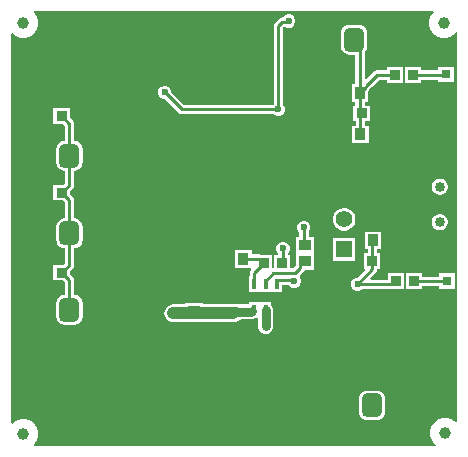
<source format=gbl>
G04*
G04 #@! TF.GenerationSoftware,Altium Limited,Altium Designer,22.9.1 (49)*
G04*
G04 Layer_Physical_Order=2*
G04 Layer_Color=16711680*
%FSLAX44Y44*%
%MOMM*%
G71*
G04*
G04 #@! TF.SameCoordinates,C8543A43-BB23-4CB5-9DBE-1C6E9BA76EC2*
G04*
G04*
G04 #@! TF.FilePolarity,Positive*
G04*
G01*
G75*
%ADD13C,0.2540*%
%ADD21R,1.0000X0.9000*%
%ADD23R,0.9000X1.0000*%
%ADD27R,0.8000X0.8000*%
%ADD29R,0.9000X1.0500*%
%ADD54R,0.8500X0.8500*%
%ADD56C,1.0000*%
%ADD57C,1.0000*%
G04:AMPARAMS|DCode=58|XSize=1.7mm|YSize=2mm|CornerRadius=0.425mm|HoleSize=0mm|Usage=FLASHONLY|Rotation=0.000|XOffset=0mm|YOffset=0mm|HoleType=Round|Shape=RoundedRectangle|*
%AMROUNDEDRECTD58*
21,1,1.7000,1.1500,0,0,0.0*
21,1,0.8500,2.0000,0,0,0.0*
1,1,0.8500,0.4250,-0.5750*
1,1,0.8500,-0.4250,-0.5750*
1,1,0.8500,-0.4250,0.5750*
1,1,0.8500,0.4250,0.5750*
%
%ADD58ROUNDEDRECTD58*%
%ADD59O,1.7000X2.0000*%
%ADD60C,1.4000*%
%ADD61R,1.4000X1.4000*%
%ADD62C,0.8500*%
%ADD63C,0.7620*%
%ADD64C,0.6000*%
%ADD65R,0.8552X0.8121*%
%ADD66R,0.8121X0.8552*%
%ADD67R,0.3500X0.8500*%
%ADD68R,1.0500X0.9000*%
%ADD69C,0.8000*%
G36*
X361386Y371121D02*
X359966Y369700D01*
X358315Y366840D01*
X357460Y363651D01*
Y360349D01*
X358315Y357160D01*
X359966Y354300D01*
X362300Y351965D01*
X365160Y350315D01*
X368349Y349460D01*
X371651D01*
X374840Y350315D01*
X377700Y351965D01*
X380034Y354300D01*
X380164Y354524D01*
X381391Y354196D01*
X381391Y24140D01*
X380121Y23614D01*
X378700Y25034D01*
X375840Y26685D01*
X372651Y27540D01*
X369349D01*
X366160Y26685D01*
X363300Y25034D01*
X360965Y22700D01*
X359315Y19840D01*
X358460Y16651D01*
Y13349D01*
X359315Y10160D01*
X360965Y7300D01*
X363300Y4965D01*
X363524Y4836D01*
X363196Y3609D01*
X23140D01*
X22614Y4879D01*
X24035Y6300D01*
X25685Y9160D01*
X26540Y12349D01*
Y15651D01*
X25685Y18840D01*
X24035Y21700D01*
X21700Y24035D01*
X18840Y25685D01*
X15651Y26540D01*
X12349D01*
X9160Y25685D01*
X6300Y24035D01*
X4879Y22614D01*
X3609Y23140D01*
Y352860D01*
X4879Y353386D01*
X6300Y351965D01*
X9160Y350315D01*
X12349Y349460D01*
X15651D01*
X18840Y350315D01*
X21700Y351965D01*
X24035Y354300D01*
X25685Y357160D01*
X26540Y360349D01*
Y363651D01*
X25685Y366840D01*
X24035Y369700D01*
X22614Y371121D01*
X23140Y372391D01*
X360860D01*
X361386Y371121D01*
D02*
G37*
%LPC*%
G36*
X239852Y369040D02*
X237648D01*
X235612Y368197D01*
X234138Y366723D01*
X233219D01*
X231732Y366427D01*
X230472Y365585D01*
X227003Y362116D01*
X226161Y360856D01*
X225865Y359369D01*
Y292700D01*
X225800Y292635D01*
X149859D01*
X139290Y303204D01*
Y304352D01*
X138447Y306388D01*
X136888Y307947D01*
X134852Y308790D01*
X132648D01*
X130612Y307947D01*
X129053Y306388D01*
X128210Y304352D01*
Y302148D01*
X129053Y300112D01*
X130612Y298553D01*
X132648Y297710D01*
X133796D01*
X145503Y286003D01*
X146763Y285161D01*
X148250Y284865D01*
X225800D01*
X226612Y284053D01*
X228648Y283210D01*
X230852D01*
X232888Y284053D01*
X234447Y285612D01*
X235290Y287648D01*
Y289852D01*
X234447Y291888D01*
X233635Y292700D01*
Y357760D01*
X234828Y358953D01*
X235462D01*
X235612Y358803D01*
X237648Y357960D01*
X239852D01*
X241888Y358803D01*
X243447Y360362D01*
X244290Y362398D01*
Y364602D01*
X243447Y366638D01*
X241888Y368197D01*
X239852Y369040D01*
D02*
G37*
G36*
X378290Y324790D02*
X365210D01*
Y321635D01*
X350540D01*
Y324540D01*
X336960D01*
Y310960D01*
X350540D01*
Y313865D01*
X365210D01*
Y311710D01*
X378290D01*
Y324790D01*
D02*
G37*
G36*
X298000Y360349D02*
X289500D01*
X287728Y360115D01*
X286076Y359431D01*
X284657Y358343D01*
X283569Y356924D01*
X282885Y355273D01*
X282651Y353500D01*
Y342000D01*
X282885Y340227D01*
X283569Y338576D01*
X284657Y337157D01*
X286076Y336069D01*
X287728Y335385D01*
X289500Y335151D01*
X295115D01*
Y309790D01*
X291960D01*
Y294710D01*
X295115D01*
Y291851D01*
X293434D01*
Y278649D01*
X295365D01*
Y275040D01*
X292210D01*
Y259960D01*
X306290D01*
Y275040D01*
X303135D01*
Y278649D01*
X307066D01*
Y291851D01*
X302885D01*
Y294710D01*
X306040D01*
Y304296D01*
X306937Y305193D01*
X307779Y306453D01*
X307896Y307040D01*
X314721Y313865D01*
X321460D01*
Y310960D01*
X335040D01*
Y324540D01*
X321460D01*
Y321635D01*
X313112D01*
X311625Y321339D01*
X310365Y320497D01*
X304058Y314190D01*
X302885Y314676D01*
Y337212D01*
X303931Y338576D01*
X304615Y340227D01*
X304849Y342000D01*
Y353500D01*
X304615Y355273D01*
X303931Y356924D01*
X302843Y358343D01*
X301424Y359431D01*
X299773Y360115D01*
X298000Y360349D01*
D02*
G37*
G36*
X367394Y230040D02*
X365606D01*
X363879Y229577D01*
X362331Y228683D01*
X361067Y227419D01*
X360173Y225871D01*
X359710Y224144D01*
Y222356D01*
X360173Y220629D01*
X361067Y219081D01*
X362331Y217817D01*
X363879Y216923D01*
X365606Y216460D01*
X367394D01*
X369121Y216923D01*
X370669Y217817D01*
X371933Y219081D01*
X372827Y220629D01*
X373290Y222356D01*
Y224144D01*
X372827Y225871D01*
X371933Y227419D01*
X370669Y228683D01*
X369121Y229577D01*
X367394Y230040D01*
D02*
G37*
G36*
Y200040D02*
X365606D01*
X363879Y199577D01*
X362331Y198683D01*
X361067Y197419D01*
X360173Y195871D01*
X359710Y194144D01*
Y192356D01*
X360173Y190629D01*
X361067Y189081D01*
X362331Y187817D01*
X363879Y186923D01*
X365606Y186460D01*
X367394D01*
X369121Y186923D01*
X370669Y187817D01*
X371933Y189081D01*
X372827Y190629D01*
X373290Y192356D01*
Y194144D01*
X372827Y195871D01*
X371933Y197419D01*
X370669Y198683D01*
X369121Y199577D01*
X367394Y200040D01*
D02*
G37*
G36*
X286756Y205190D02*
X284244D01*
X281818Y204540D01*
X279642Y203284D01*
X277866Y201508D01*
X276610Y199332D01*
X275960Y196906D01*
Y194394D01*
X276610Y191968D01*
X277866Y189792D01*
X279642Y188016D01*
X281818Y186760D01*
X284244Y186110D01*
X286756D01*
X289182Y186760D01*
X291358Y188016D01*
X293134Y189792D01*
X294390Y191968D01*
X295040Y194394D01*
Y196906D01*
X294390Y199332D01*
X293134Y201508D01*
X291358Y203284D01*
X289182Y204540D01*
X286756Y205190D01*
D02*
G37*
G36*
X295040Y179790D02*
X275960D01*
Y160710D01*
X295040D01*
Y179790D01*
D02*
G37*
G36*
X252602Y194380D02*
X250398D01*
X248362Y193537D01*
X246803Y191978D01*
X245960Y189942D01*
Y187738D01*
X246803Y185702D01*
X247615Y184890D01*
Y181040D01*
X244710D01*
Y166960D01*
Y157145D01*
X244635Y156770D01*
Y156129D01*
X242581Y154075D01*
X240040D01*
Y165040D01*
X237635D01*
Y167050D01*
X238447Y167862D01*
X239290Y169898D01*
Y172102D01*
X238447Y174138D01*
X236888Y175697D01*
X234852Y176540D01*
X232648D01*
X230612Y175697D01*
X229053Y174138D01*
X228210Y172102D01*
Y169898D01*
X229053Y167862D01*
X229865Y167050D01*
Y165040D01*
X226460D01*
Y155092D01*
X225646Y154734D01*
X224540Y155552D01*
Y165040D01*
X216308D01*
X215487Y165589D01*
X214000Y165885D01*
X207290D01*
Y169790D01*
X193210D01*
Y154210D01*
X206420D01*
X206946Y152940D01*
X206753Y152747D01*
X205911Y151487D01*
X205615Y150000D01*
Y147790D01*
X205210D01*
Y134210D01*
X213790D01*
Y134210D01*
X214710D01*
Y134210D01*
X222940D01*
X223290Y134210D01*
Y134210D01*
X224210D01*
Y134210D01*
X232790D01*
Y140095D01*
X238542D01*
X239954Y138683D01*
X241990Y137840D01*
X244194D01*
X246230Y138683D01*
X247789Y140242D01*
X248632Y142278D01*
Y144482D01*
X247789Y146518D01*
X247783Y146524D01*
X247786Y148292D01*
X251267Y151773D01*
X252060Y152960D01*
X260290D01*
Y166960D01*
Y181040D01*
X255385D01*
Y184890D01*
X256197Y185702D01*
X257040Y187738D01*
Y189942D01*
X256197Y191978D01*
X254638Y193537D01*
X252602Y194380D01*
D02*
G37*
G36*
X379040Y150040D02*
X365960D01*
Y147135D01*
X351790D01*
Y150040D01*
X338210D01*
Y136460D01*
X351790D01*
Y139365D01*
X365960D01*
Y136960D01*
X379040D01*
Y150040D01*
D02*
G37*
G36*
X317040Y185290D02*
X302960D01*
Y170210D01*
X305611D01*
Y167101D01*
X302679D01*
Y153899D01*
X303001D01*
X303487Y152726D01*
X297051Y146290D01*
X295903D01*
X293867Y145447D01*
X292308Y143888D01*
X291465Y141852D01*
Y139648D01*
X292308Y137612D01*
X293867Y136053D01*
X295903Y135210D01*
X298107D01*
X300143Y136053D01*
X300955Y136865D01*
X322710D01*
Y136460D01*
X336290D01*
Y150040D01*
X322710D01*
Y144635D01*
X308043D01*
X307556Y145808D01*
X312242Y150493D01*
X313084Y151754D01*
X313380Y153240D01*
Y153899D01*
X316311D01*
Y167101D01*
X313380D01*
Y170210D01*
X317040D01*
Y185290D01*
D02*
G37*
G36*
X214710Y125290D02*
X213790D01*
X213790Y125290D01*
X205210D01*
Y124484D01*
X204263Y124092D01*
X198101D01*
Y124311D01*
X184899D01*
Y123605D01*
X182540D01*
Y124040D01*
X167460D01*
Y123605D01*
X166040D01*
Y124790D01*
X150960D01*
Y123605D01*
X141000D01*
X139032Y123346D01*
X137198Y122586D01*
X135622Y121378D01*
X134414Y119803D01*
X133654Y117968D01*
X133395Y116000D01*
X133654Y114032D01*
X134414Y112198D01*
X135622Y110622D01*
X137198Y109414D01*
X139032Y108654D01*
X141000Y108395D01*
X191500D01*
X193468Y108654D01*
X195303Y109414D01*
X196878Y110622D01*
X196921Y110679D01*
X198101D01*
Y110899D01*
X206495D01*
X208202Y111124D01*
X209618Y111710D01*
X212404D01*
Y105250D01*
X212628Y103543D01*
X213287Y101952D01*
X214336Y100586D01*
X215702Y99537D01*
X217293Y98878D01*
X219000Y98654D01*
X220707Y98878D01*
X222298Y99537D01*
X223664Y100586D01*
X224713Y101952D01*
X225372Y103543D01*
X225596Y105250D01*
Y118500D01*
X225372Y120207D01*
X224713Y121798D01*
X223664Y123164D01*
X223290Y123452D01*
Y125290D01*
X215023D01*
X214710Y125290D01*
D02*
G37*
G36*
X53066Y289601D02*
X39434D01*
Y276399D01*
X47572D01*
X49115Y274856D01*
Y262099D01*
X48750D01*
X46978Y261865D01*
X45326Y261181D01*
X43907Y260093D01*
X42819Y258674D01*
X42135Y257023D01*
X41901Y255250D01*
Y243750D01*
X42135Y241977D01*
X42819Y240326D01*
X43907Y238907D01*
X45326Y237819D01*
X46978Y237135D01*
X48750Y236901D01*
X49115D01*
Y226394D01*
X47572Y224851D01*
X39434D01*
Y211649D01*
X47572D01*
X49115Y210106D01*
Y196349D01*
X48750D01*
X46978Y196115D01*
X45326Y195431D01*
X43907Y194343D01*
X42819Y192924D01*
X42135Y191273D01*
X41901Y189500D01*
Y178000D01*
X42135Y176227D01*
X42819Y174576D01*
X43907Y173157D01*
X45326Y172069D01*
X46978Y171385D01*
X48750Y171151D01*
X49115D01*
Y158644D01*
X47572Y157101D01*
X39434D01*
Y143899D01*
X47572D01*
X49115Y142357D01*
Y131599D01*
X48750D01*
X46978Y131365D01*
X45326Y130681D01*
X43907Y129593D01*
X42819Y128174D01*
X42135Y126523D01*
X41901Y124750D01*
Y113250D01*
X42135Y111477D01*
X42819Y109826D01*
X43907Y108407D01*
X45326Y107319D01*
X46978Y106635D01*
X48750Y106401D01*
X57250D01*
X59022Y106635D01*
X60674Y107319D01*
X62093Y108407D01*
X63181Y109826D01*
X63865Y111477D01*
X64099Y113250D01*
Y124750D01*
X63865Y126523D01*
X63181Y128174D01*
X62093Y129593D01*
X60674Y130681D01*
X59022Y131365D01*
X57250Y131599D01*
X56885D01*
Y143966D01*
X56589Y145452D01*
X55747Y146712D01*
X53066Y149393D01*
Y151607D01*
X55747Y154288D01*
X56589Y155548D01*
X56885Y157035D01*
Y171151D01*
X57250D01*
X59022Y171385D01*
X60674Y172069D01*
X62093Y173157D01*
X63181Y174576D01*
X63865Y176227D01*
X64099Y178000D01*
Y189500D01*
X63865Y191273D01*
X63181Y192924D01*
X62093Y194343D01*
X60674Y195431D01*
X59022Y196115D01*
X57250Y196349D01*
X56885D01*
Y211716D01*
X56589Y213202D01*
X55747Y214462D01*
X53066Y217143D01*
Y219357D01*
X55747Y222038D01*
X56589Y223298D01*
X56885Y224785D01*
Y236901D01*
X57250D01*
X59022Y237135D01*
X60674Y237819D01*
X62093Y238907D01*
X63181Y240326D01*
X63865Y241977D01*
X64099Y243750D01*
Y255250D01*
X63865Y257023D01*
X63181Y258674D01*
X62093Y260093D01*
X60674Y261181D01*
X59022Y261865D01*
X57250Y262099D01*
X56885D01*
Y276465D01*
X56589Y277952D01*
X55747Y279212D01*
X53066Y281893D01*
Y289601D01*
D02*
G37*
G36*
X313250Y50599D02*
X304750D01*
X302977Y50365D01*
X301326Y49681D01*
X299907Y48593D01*
X298819Y47174D01*
X298135Y45523D01*
X297901Y43750D01*
Y32250D01*
X298135Y30477D01*
X298819Y28826D01*
X299907Y27407D01*
X301326Y26319D01*
X302977Y25635D01*
X304750Y25401D01*
X313250D01*
X315023Y25635D01*
X316674Y26319D01*
X318093Y27407D01*
X319181Y28826D01*
X319865Y30477D01*
X320099Y32250D01*
Y43750D01*
X319865Y45523D01*
X319181Y47174D01*
X318093Y48593D01*
X316674Y49681D01*
X315023Y50365D01*
X313250Y50599D01*
D02*
G37*
%LPD*%
D13*
X242492Y143980D02*
X243092Y143380D01*
X248520Y154520D02*
Y156770D01*
X251500Y175000D02*
X252500Y174000D01*
X309495Y153240D02*
Y160500D01*
X46250Y283000D02*
X46466D01*
X309495Y160500D02*
Y177245D01*
X46466Y150500D02*
X53000Y157035D01*
X345000Y143250D02*
X372250D01*
X46466Y218250D02*
X53000Y211716D01*
X299000Y302250D02*
Y302750D01*
X299250Y267500D02*
Y284250D01*
X304190Y307940D02*
Y308828D01*
X293750Y347750D02*
X299000Y342500D01*
X371250Y317750D02*
X371750Y318250D01*
X200250Y162000D02*
X214000D01*
X233219Y362838D02*
X238088D01*
X233750Y158750D02*
Y171000D01*
X219000Y141000D02*
Y143500D01*
X229750Y288750D02*
Y359369D01*
X228500Y143500D02*
X228980Y143980D01*
X53000Y224785D02*
Y249500D01*
X225690Y150190D02*
X244190D01*
X133750Y303250D02*
X148250Y288750D01*
X228980Y143980D02*
X242492D01*
X238088Y362838D02*
X238750Y363500D01*
X297005Y140750D02*
X309495Y153240D01*
X46466Y218250D02*
X53000Y224785D01*
X297005Y140750D02*
X327000D01*
X46250Y150500D02*
X46466D01*
X372250Y143250D02*
X372500Y143500D01*
X46466Y150500D02*
X53000Y143966D01*
X313112Y317750D02*
X328250D01*
X299250Y284250D02*
X300250Y285250D01*
X299000Y286500D02*
Y302250D01*
X343750Y317750D02*
X371250D01*
X209500Y141000D02*
Y150000D01*
X233250Y158250D02*
X233750Y158750D01*
X53000Y157035D02*
Y183750D01*
X250250Y158500D02*
X252500D01*
X53000Y249500D02*
Y276465D01*
X244190Y150190D02*
X248520Y154520D01*
X251500Y175000D02*
Y188840D01*
X44741Y218250D02*
X44956D01*
X309495Y177245D02*
X310000Y177750D01*
X46250Y218250D02*
X46466D01*
X327000Y140750D02*
X329500Y143250D01*
X46466Y283000D02*
X53000Y276465D01*
X299000Y302750D02*
X304190Y307940D01*
X53000Y119000D02*
Y143966D01*
X304190Y308828D02*
X313112Y317750D01*
X299000Y286500D02*
X300250Y285250D01*
X148250Y288750D02*
X229750D01*
X299000Y302750D02*
Y342500D01*
X214000Y162000D02*
X217750Y158250D01*
X229750Y359369D02*
X233219Y362838D01*
X219000Y143500D02*
X225690Y150190D01*
X209500Y150000D02*
X217750Y158250D01*
X228500Y141000D02*
Y143500D01*
X53000Y183750D02*
Y211716D01*
X248520Y156770D02*
X250250Y158500D01*
D21*
X175000Y117000D02*
D03*
Y130500D02*
D03*
X158500Y117750D02*
D03*
Y131250D02*
D03*
D23*
X299250Y267500D02*
D03*
X312750D02*
D03*
X310000Y177750D02*
D03*
X323500D02*
D03*
X299000Y302250D02*
D03*
X312500D02*
D03*
D27*
X371750Y303250D02*
D03*
Y318250D02*
D03*
X372500Y143500D02*
D03*
Y158500D02*
D03*
D29*
X200250Y162000D02*
D03*
X186250D02*
D03*
D54*
X345000Y143250D02*
D03*
X329500D02*
D03*
X217750Y158250D02*
D03*
X233250D02*
D03*
X328250Y317750D02*
D03*
X343750D02*
D03*
D56*
X141000Y116000D02*
X191500D01*
D57*
X14000Y362000D02*
D03*
X370000D02*
D03*
X371000Y15000D02*
D03*
X14000Y14000D02*
D03*
D58*
X293750Y347750D02*
D03*
X309000Y38000D02*
D03*
X53000Y119000D02*
D03*
Y183750D02*
D03*
Y249500D02*
D03*
D59*
X318750Y347750D02*
D03*
X334000Y38000D02*
D03*
X28000Y119000D02*
D03*
Y183750D02*
D03*
Y249500D02*
D03*
D60*
X285500Y195650D02*
D03*
D61*
Y170250D02*
D03*
D62*
X366500Y223250D02*
D03*
Y193250D02*
D03*
D63*
X334000Y100800D02*
D03*
X207000Y253200D02*
D03*
X181600Y304000D02*
D03*
X156200Y253200D02*
D03*
X181600Y202400D02*
D03*
X156200Y151600D02*
D03*
X181600Y100800D02*
D03*
X141000Y116000D02*
D03*
X219000Y105250D02*
D03*
D64*
X229750Y288750D02*
D03*
X243092Y143380D02*
D03*
X238750Y363500D02*
D03*
X133750Y303250D02*
D03*
X251500Y188840D02*
D03*
X233750Y171000D02*
D03*
X297005Y140750D02*
D03*
D65*
X322005Y160500D02*
D03*
X309495D02*
D03*
X33740Y283000D02*
D03*
X46250D02*
D03*
X33740Y218250D02*
D03*
X46250D02*
D03*
X33740Y150500D02*
D03*
X46250D02*
D03*
X312760Y285250D02*
D03*
X300250D02*
D03*
D66*
X191500Y130005D02*
D03*
Y117495D02*
D03*
D67*
X228500Y141000D02*
D03*
X219000D02*
D03*
X209500D02*
D03*
Y118500D02*
D03*
X219000D02*
D03*
X228500D02*
D03*
D68*
X252500Y174000D02*
D03*
Y160000D02*
D03*
D69*
X206495Y117495D02*
X207250Y118250D01*
X219000Y105250D02*
Y118500D01*
X191500Y117495D02*
X206495D01*
M02*

</source>
